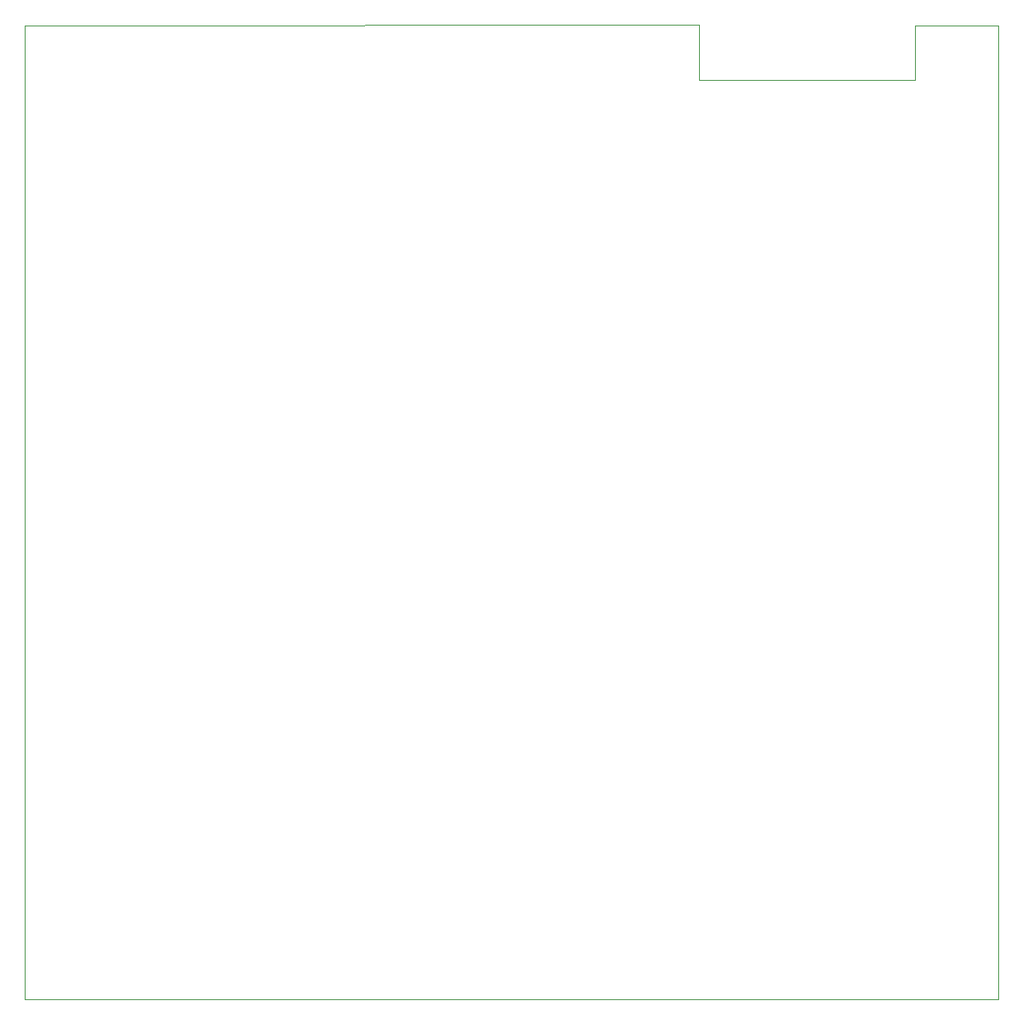
<source format=gbr>
%TF.GenerationSoftware,KiCad,Pcbnew,7.0.6*%
%TF.CreationDate,2024-04-06T15:27:50-05:00*%
%TF.ProjectId,ESP32_S3_DEVKIT_EL_V1,45535033-325f-4533-935f-4445564b4954,rev?*%
%TF.SameCoordinates,Original*%
%TF.FileFunction,Profile,NP*%
%FSLAX46Y46*%
G04 Gerber Fmt 4.6, Leading zero omitted, Abs format (unit mm)*
G04 Created by KiCad (PCBNEW 7.0.6) date 2024-04-06 15:27:50*
%MOMM*%
%LPD*%
G01*
G04 APERTURE LIST*
%TA.AperFunction,Profile*%
%ADD10C,0.100000*%
%TD*%
G04 APERTURE END LIST*
D10*
X0Y0D02*
X0Y-100000000D01*
X91440000Y-5630000D02*
X69260000Y-5585000D01*
X0Y-100000000D02*
X100000000Y-100000000D01*
X69260000Y-5585000D02*
X69260000Y45000D01*
X100000000Y-100000000D02*
X100000000Y0D01*
X91440000Y0D02*
X91440000Y-5630000D01*
X69260000Y45000D02*
X0Y0D01*
X100000000Y0D02*
X91440000Y0D01*
M02*

</source>
